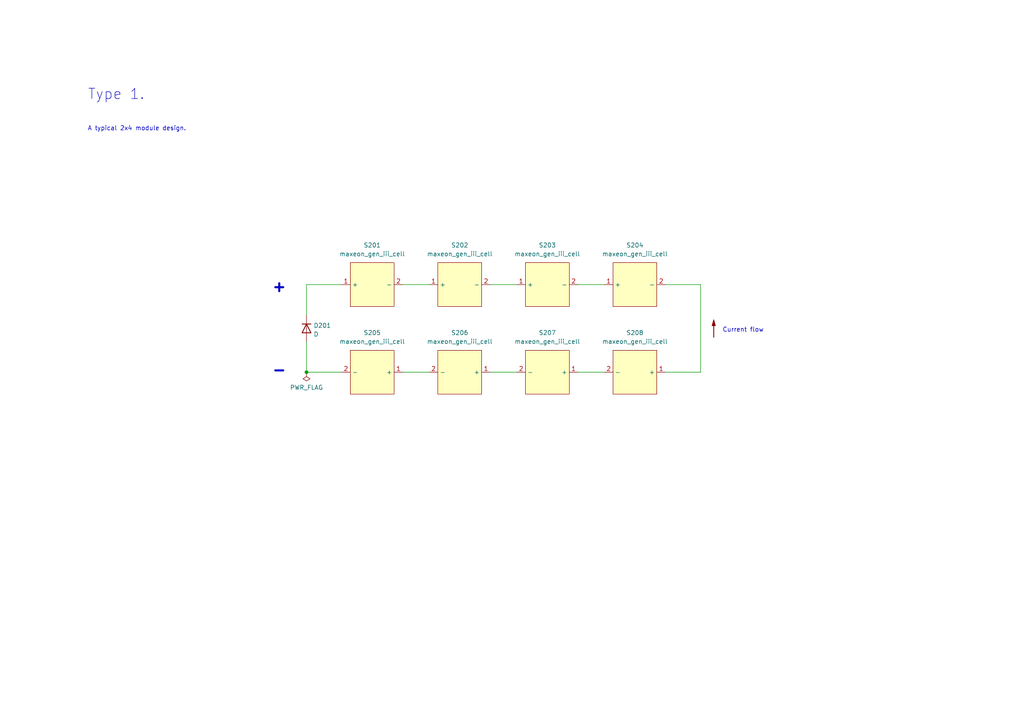
<source format=kicad_sch>
(kicad_sch (version 20211123) (generator eeschema)
  (paper "A4")
  (lib_symbols
    (symbol "Device:D" (pin_numbers hide) (pin_names (offset 1.016) hide)
      (property "Reference" "D" (at 0 2.54 0))
      (property "Value" "D" (at 0 -2.54 0))
      (symbol "D_0_1"
        (polyline (pts (xy -1.27 1.27) (xy -1.27 -1.27)) (stroke (width 0.254)))
        (polyline (pts (xy 1.27 0) (xy -1.27 0)))
        (polyline (pts (xy 1.27 1.27) (xy 1.27 -1.27) (xy -1.27 0) (xy 1.27 1.27)) (stroke (width 0.254)))
      )
      (symbol "D_1_1"
        (pin passive line (at -3.81 0 0) (length 2.54) (name "K") (number "1"))
        (pin passive line (at 3.81 0 180) (length 2.54) (name "A") (number "2"))
      )
    )
    (symbol "Graphic:SYM_Arrow_Normal" (pin_names (offset 1.016))
      (symbol "SYM_Arrow_Normal_0_1"
        (polyline (pts (xy 1.524 0) (xy -2.54 0)) (stroke (width 0.254)))
        (polyline (pts (xy 2.54 0) (xy 0.762 -0.508) (xy 0.762 0.508) (xy 2.54 0)) (fill (type outline)))
      )
    )
    (symbol "Solar:maxeon_gen_iii_cell"
      (property "Reference" "S" (at 0 0 0))
      (property "Value" "maxeon_gen_iii_cell" (at 0 -2.54 0))
      (symbol "maxeon_gen_iii_cell_0_1"
        (rectangle (start -6.35 -5.08) (end 6.35 -17.78) (stroke (width 0.1524)) (fill (type background)))
      )
      (symbol "maxeon_gen_iii_cell_1_1"
        (pin power_out line (at -8.89 -11.43 0) (length 2.54) (name "+") (number "1"))
        (pin power_in line (at 8.89 -11.43 180) (length 2.54) (name "-") (number "2"))
      )
    )
    (symbol "maxeon_gen_iii_cell_2"
      (property "Reference" "S" (at 0 0 0))
      (property "Value" "maxeon_gen_iii_cell_2" (at 0 -2.54 0))
      (symbol "maxeon_gen_iii_cell_2_0_1"
        (rectangle (start -6.35 -5.08) (end 6.35 -17.78) (stroke (width 0.1524)) (fill (type background)))
      )
      (symbol "maxeon_gen_iii_cell_2_1_1"
        (pin power_out line (at -8.89 -11.43 0) (length 2.54) (name "+") (number "1"))
        (pin power_in line (at 8.89 -11.43 180) (length 2.54) (name "-") (number "2"))
      )
    )
    (symbol "maxeon_gen_iii_cell_5"
      (property "Reference" "S" (at 0 0 0))
      (property "Value" "maxeon_gen_iii_cell_5" (at 0 -2.54 0))
      (symbol "maxeon_gen_iii_cell_5_0_1"
        (rectangle (start -6.35 -5.08) (end 6.35 -17.78) (stroke (width 0.1524)) (fill (type background)))
      )
      (symbol "maxeon_gen_iii_cell_5_1_1"
        (pin power_out line (at -8.89 -11.43 0) (length 2.54) (name "+") (number "1"))
        (pin power_in line (at 8.89 -11.43 180) (length 2.54) (name "-") (number "2"))
      )
    )
    (symbol "maxeon_gen_iii_cell_6"
      (property "Reference" "S" (at 0 0 0))
      (property "Value" "maxeon_gen_iii_cell_6" (at 0 -2.54 0))
      (symbol "maxeon_gen_iii_cell_6_0_1"
        (rectangle (start -6.35 -5.08) (end 6.35 -17.78) (stroke (width 0.1524)) (fill (type background)))
      )
      (symbol "maxeon_gen_iii_cell_6_1_1"
        (pin power_out line (at -8.89 -11.43 0) (length 2.54) (name "+") (number "1"))
        (pin power_in line (at 8.89 -11.43 180) (length 2.54) (name "-") (number "2"))
      )
    )
    (symbol "power:PWR_FLAG" (power) (pin_numbers hide) (pin_names (offset 0) hide)
      (property "Value" "PWR_FLAG" (at 0 3.81 0))
      (symbol "PWR_FLAG_0_0"
        (pin power_out line (at 0 0 90) (length 0) (name "pwr") (number "1"))
      )
      (symbol "PWR_FLAG_0_1"
        (polyline (pts (xy 0 0) (xy 0 1.27) (xy -1.016 1.905) (xy 0 2.54) (xy 1.016 1.905) (xy 0 1.27)))
      )
    )
  )
  (junction (at 88.9 107.95))
  (wire (pts (xy 116.84 107.95) (xy 124.46 107.95)))
  (wire (pts (xy 88.9 107.95) (xy 88.9 99.06)))
  (wire (pts (xy 142.24 82.55) (xy 149.86 82.55)))
  (wire (pts (xy 88.9 91.44) (xy 88.9 82.55)))
  (wire (pts (xy 167.64 82.55) (xy 175.26 82.55)))
  (wire (pts (xy 116.84 82.55) (xy 124.46 82.55)))
  (wire (pts (xy 203.2 107.95) (xy 193.04 107.95)))
  (wire (pts (xy 193.04 82.55) (xy 203.2 82.55)))
  (wire (pts (xy 99.06 107.95) (xy 88.9 107.95)))
  (wire (pts (xy 203.2 82.55) (xy 203.2 107.95)))
  (wire (pts (xy 167.64 107.95) (xy 175.26 107.95)))
  (wire (pts (xy 88.9 82.55) (xy 99.06 82.55)))
  (wire (pts (xy 142.24 107.95) (xy 149.86 107.95)))
  (text "A typical 2x4 module design." (at 25.4 38.1 0) (effects (font (size 1.27 1.27)) (justify left bottom)))
  (text "+" (at 78.74 85.09 0) (effects (font (size 3 3) (thickness 0.6) bold) (justify left bottom)))
  (text "-" (at 78.74 109.22 0) (effects (font (size 3 3) (thickness 0.6) bold) (justify left bottom)))
  (text "Current flow" (at 209.55 96.52 0) (effects (font (size 1.27 1.27)) (justify left bottom)))
  (text "Type 1.\n" (at 25.4 29.21 0) (effects (font (size 3 3)) (justify left bottom)))
  (symbol (lib_id "Device:D") (at 88.9 95.25 270) (unit 1)
    (property "Reference" "D201" (at 90.932 94.4153 90) (effects (justify left)))
    (property "Value" "D" (at 90.932 96.9522 90) (effects (justify left)))
    (property "Footprint" "Diode_SMD:D_0201_0603Metric" (effects hide))
  )
  (symbol (lib_id "Solar:maxeon_gen_iii_cell") (at 158.75 71.12 0) (unit 1)
    (property "Reference" "S203" (at 158.75 71.12 0))
    (property "Value" "maxeon_gen_iii_cell" (at 158.75 73.66 0))
    (property "Footprint" "Solar:maxeon_gen_iii_cell" (effects hide))
  )
  (symbol (lib_id "Solar:maxeon_gen_iii_cell") (at 107.95 71.12 0) (unit 1)
    (property "Reference" "S201" (at 107.95 71.12 0))
    (property "Value" "maxeon_gen_iii_cell" (at 107.95 73.66 0))
    (property "Footprint" "Solar:maxeon_gen_iii_cell" (effects hide))
  )
  (symbol (lib_name "maxeon_gen_iii_cell_5") (lib_id "Solar:maxeon_gen_iii_cell") (at 133.35 96.52 0) (mirror y) (unit 1)
    (property "Reference" "S206" (at 133.35 96.52 0))
    (property "Value" "maxeon_gen_iii_cell" (at 133.35 99.06 0))
    (property "Footprint" "Solar:maxeon_gen_iii_cell" (effects hide))
  )
  (symbol (lib_id "Solar:maxeon_gen_iii_cell") (at 184.15 71.12 0) (unit 1)
    (property "Reference" "S204" (at 184.15 71.12 0))
    (property "Value" "maxeon_gen_iii_cell" (at 184.15 73.66 0))
    (property "Footprint" "Solar:maxeon_gen_iii_cell" (effects hide))
  )
  (symbol (lib_id "power:PWR_FLAG") (at 88.9 107.95 180) (unit 1)
    (property "Reference" "#FLG0201" (effects hide))
    (property "Value" "PWR_FLAG" (at 88.9 112.3934 0))
  )
  (symbol (lib_id "Graphic:SYM_Arrow_Normal") (at 207.01 95.25 90) (unit 1)
    (property "Reference" "#SYM201" (effects hide))
    (property "Value" "SYM_Arrow_Normal" (effects hide))
  )
  (symbol (lib_id "Solar:maxeon_gen_iii_cell") (at 158.75 96.52 0) (mirror y) (unit 1)
    (property "Reference" "S207" (at 158.75 96.52 0))
    (property "Value" "maxeon_gen_iii_cell" (at 158.75 99.06 0))
    (property "Footprint" "Solar:maxeon_gen_iii_cell" (effects hide))
  )
  (symbol (lib_name "maxeon_gen_iii_cell_6") (lib_id "Solar:maxeon_gen_iii_cell") (at 107.95 96.52 0) (mirror y) (unit 1)
    (property "Reference" "S205" (at 107.95 96.52 0))
    (property "Value" "maxeon_gen_iii_cell" (at 107.95 99.06 0))
    (property "Footprint" "Solar:maxeon_gen_iii_cell" (effects hide))
  )
  (symbol (lib_id "Solar:maxeon_gen_iii_cell") (at 184.15 96.52 0) (mirror y) (unit 1)
    (property "Reference" "S208" (at 184.15 96.52 0))
    (property "Value" "maxeon_gen_iii_cell" (at 184.15 99.06 0))
    (property "Footprint" "Solar:maxeon_gen_iii_cell" (effects hide))
  )
  (symbol (lib_name "maxeon_gen_iii_cell_2") (lib_id "Solar:maxeon_gen_iii_cell") (at 133.35 71.12 0) (unit 1)
    (property "Reference" "S202" (at 133.35 71.12 0))
    (property "Value" "maxeon_gen_iii_cell" (at 133.35 73.66 0))
    (property "Footprint" "Solar:maxeon_gen_iii_cell" (effects hide))
  )
)
</source>
